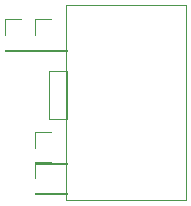
<source format=gto>
G04 #@! TF.GenerationSoftware,KiCad,Pcbnew,(5.1.6)-1*
G04 #@! TF.CreationDate,2020-05-31T12:00:00+09:00*
G04 #@! TF.ProjectId,NOT,4e4f542e-6b69-4636-9164-5f7063625858,rev?*
G04 #@! TF.SameCoordinates,Original*
G04 #@! TF.FileFunction,Legend,Top*
G04 #@! TF.FilePolarity,Positive*
%FSLAX46Y46*%
G04 Gerber Fmt 4.6, Leading zero omitted, Abs format (unit mm)*
G04 Created by KiCad (PCBNEW (5.1.6)-1) date 2020-05-31 12:00:00*
%MOMM*%
%LPD*%
G01*
G04 APERTURE LIST*
%ADD10C,0.120000*%
G04 APERTURE END LIST*
D10*
X130937000Y-81407000D02*
X129413000Y-81407000D01*
X130937000Y-77343000D02*
X130937000Y-81407000D01*
X129413000Y-77343000D02*
X130937000Y-77343000D01*
X129413000Y-81407000D02*
X129413000Y-77343000D01*
X128210000Y-85150000D02*
X130870000Y-85150000D01*
X128210000Y-85090000D02*
X128210000Y-85150000D01*
X130870000Y-85090000D02*
X130870000Y-85150000D01*
X128210000Y-85090000D02*
X130870000Y-85090000D01*
X128210000Y-83820000D02*
X128210000Y-82490000D01*
X128210000Y-82490000D02*
X129540000Y-82490000D01*
X128210000Y-85030000D02*
X129540000Y-85030000D01*
X128210000Y-86360000D02*
X128210000Y-85030000D01*
X128210000Y-87630000D02*
X130870000Y-87630000D01*
X130870000Y-87630000D02*
X130870000Y-87690000D01*
X128210000Y-87630000D02*
X128210000Y-87690000D01*
X128210000Y-87690000D02*
X130870000Y-87690000D01*
X125670000Y-75590000D02*
X128330000Y-75590000D01*
X125670000Y-75530000D02*
X125670000Y-75590000D01*
X128330000Y-75530000D02*
X128330000Y-75590000D01*
X125670000Y-75530000D02*
X128330000Y-75530000D01*
X125670000Y-74260000D02*
X125670000Y-72930000D01*
X125670000Y-72930000D02*
X127000000Y-72930000D01*
X128210000Y-72930000D02*
X129540000Y-72930000D01*
X128210000Y-74260000D02*
X128210000Y-72930000D01*
X128210000Y-75530000D02*
X130870000Y-75530000D01*
X130870000Y-75530000D02*
X130870000Y-75590000D01*
X128210000Y-75530000D02*
X128210000Y-75590000D01*
X128210000Y-75590000D02*
X130870000Y-75590000D01*
X130810000Y-71755000D02*
X140970000Y-71755000D01*
X140970000Y-71755000D02*
X140970000Y-88265000D01*
X140970000Y-88265000D02*
X130810000Y-88265000D01*
X130810000Y-88265000D02*
X130810000Y-71755000D01*
M02*

</source>
